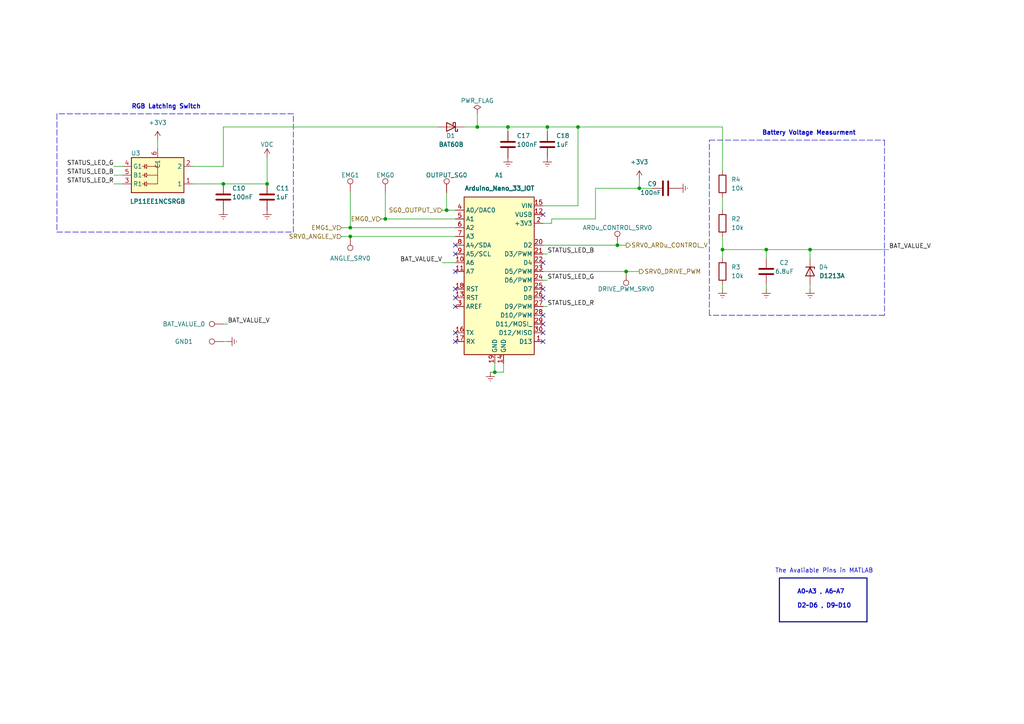
<source format=kicad_sch>
(kicad_sch (version 20211123) (generator eeschema)
  (paper "A4")
  (title_block (title "EDUEXO custom PCB") (date "2023-03-28") (rev "V1") (company "CBPR") (comment 1 "Mohammed Al-Tashi") (comment 2 "<mohammedaltashi770@gmail.com>"))
  (lib_symbols
    (symbol "Connector:TestPoint" (pin_numbers hide) (pin_names (offset 0.762) hide)
      (property "Reference" "TP" (at 0 6.858 0))
      (property "Value" "TestPoint" (at 0 5.08 0))
      (symbol "TestPoint_0_1"
        (circle (center 0 3.302) (radius 0.762))
      )
      (symbol "TestPoint_1_1"
        (pin passive line (at 0 0 90) (length 2.54) (name "1") (number "1"))
      )
    )
    (symbol "Device:C" (pin_numbers hide) (pin_names (offset 0.254))
      (property "Reference" "C" (at 0.635 2.54 0))
      (property "Value" "C" (at 0.635 -2.54 0))
      (symbol "C_0_1"
        (polyline (pts (xy -2.032 -0.762) (xy 2.032 -0.762)) (stroke (width 0.508)))
        (polyline (pts (xy -2.032 0.762) (xy 2.032 0.762)) (stroke (width 0.508)))
      )
      (symbol "C_1_1"
        (pin passive line (at 0 3.81 270) (length 2.794) (name "~") (number "1"))
        (pin passive line (at 0 -3.81 90) (length 2.794) (name "~") (number "2"))
      )
    )
    (symbol "Device:D_Schottky" (pin_numbers hide) (pin_names (offset 1.016) hide)
      (property "Reference" "D" (at 0 2.54 0))
      (property "Value" "D_Schottky" (at 0 -2.54 0))
      (symbol "D_Schottky_0_1"
        (polyline (pts (xy 1.27 0) (xy -1.27 0)))
        (polyline (pts (xy 1.27 1.27) (xy 1.27 -1.27) (xy -1.27 0) (xy 1.27 1.27)) (stroke (width 0.254)))
        (polyline (pts (xy -1.905 0.635) (xy -1.905 1.27) (xy -1.27 1.27) (xy -1.27 -1.27) (xy -0.635 -1.27) (xy -0.635 -0.635)) (stroke (width 0.254)))
      )
      (symbol "D_Schottky_1_1"
        (pin passive line (at -3.81 0 0) (length 2.54) (name "K") (number "1"))
        (pin passive line (at 3.81 0 180) (length 2.54) (name "A") (number "2"))
      )
    )
    (symbol "Device:D_Zener" (pin_numbers hide) (pin_names (offset 1.016) hide)
      (property "Reference" "D" (at 0 2.54 0))
      (property "Value" "D_Zener" (at 0 -2.54 0))
      (symbol "D_Zener_0_1"
        (polyline (pts (xy 1.27 0) (xy -1.27 0)))
        (polyline (pts (xy -1.27 -1.27) (xy -1.27 1.27) (xy -0.762 1.27)) (stroke (width 0.254)))
        (polyline (pts (xy 1.27 -1.27) (xy 1.27 1.27) (xy -1.27 0) (xy 1.27 -1.27)) (stroke (width 0.254)))
      )
      (symbol "D_Zener_1_1"
        (pin passive line (at -3.81 0 0) (length 2.54) (name "K") (number "1"))
        (pin passive line (at 3.81 0 180) (length 2.54) (name "A") (number "2"))
      )
    )
    (symbol "Device:R" (pin_numbers hide) (pin_names (offset 0))
      (property "Reference" "R" (at 2.032 0 90))
      (property "Value" "R" (at 0 0 90))
      (symbol "R_0_1"
        (rectangle (start -1.016 -2.54) (end 1.016 2.54) (stroke (width 0.254)))
      )
      (symbol "R_1_1"
        (pin passive line (at 0 3.81 270) (length 1.27) (name "~") (number "1"))
        (pin passive line (at 0 -3.81 90) (length 1.27) (name "~") (number "2"))
      )
    )
    (symbol "EDUEXO-custom-PCB:Arduino_Nano_33_IOT"
      (property "Reference" "A1" (at -1.27 29.21 0))
      (property "Value" "Arduino_Nano_33_IOT" (at -10.16 25.4 0))
      (symbol "Arduino_Nano_33_IOT_0_1"
        (rectangle (start -10.16 22.86) (end 10.16 -22.86) (stroke (width 0.254)) (fill (type background)))
      )
      (symbol "Arduino_Nano_33_IOT_1_1"
        (pin bidirectional line (at 12.7 -19.05 180) (length 2.54) (name "D13") (number "1"))
        (pin bidirectional line (at -12.7 3.81 0) (length 2.54) (name "A6") (number "10"))
        (pin bidirectional line (at -12.7 1.27 0) (length 2.54) (name "A7") (number "11"))
        (pin power_out line (at 12.7 17.78 180) (length 2.54) (name "VUSB") (number "12"))
        (pin input line (at -12.7 -6.35 0) (length 2.54) (name "RST") (number "13"))
        (pin power_in line (at 1.27 -25.4 90) (length 2.54) (name "GND") (number "14"))
        (pin power_in line (at 12.7 20.32 180) (length 2.54) (name "VIN") (number "15"))
        (pin bidirectional line (at -12.7 -16.51 0) (length 2.54) (name "TX") (number "16"))
        (pin bidirectional line (at -12.7 -19.05 0) (length 2.54) (name "RX") (number "17"))
        (pin bidirectional line (at -12.7 -3.81 0) (length 2.54) (name "RST") (number "18"))
        (pin power_in line (at -1.27 -25.4 90) (length 2.54) (name "GND") (number "19"))
        (pin power_out line (at 12.7 15.24 180) (length 2.54) (name "+3V3") (number "2"))
        (pin bidirectional line (at 12.7 8.89 180) (length 2.54) (name "D2") (number "20"))
        (pin bidirectional line (at 12.7 6.35 180) (length 2.54) (name "D3/PWM") (number "21"))
        (pin bidirectional line (at 12.7 3.81 180) (length 2.54) (name "D4") (number "22"))
        (pin bidirectional line (at 12.7 1.27 180) (length 2.54) (name "D5/PWM") (number "23"))
        (pin bidirectional line (at 12.7 -1.27 180) (length 2.54) (name "D6/PWM") (number "24"))
        (pin bidirectional line (at 12.7 -3.81 180) (length 2.54) (name "D7") (number "25"))
        (pin bidirectional line (at 12.7 -6.35 180) (length 2.54) (name "D8") (number "26"))
        (pin bidirectional line (at 12.7 -8.89 180) (length 2.54) (name "D9/PWM") (number "27"))
        (pin bidirectional line (at 12.7 -11.43 180) (length 2.54) (name "D10/PWM") (number "28"))
        (pin bidirectional line (at 12.7 -13.97 180) (length 2.54) (name "D11/MOSI_") (number "29"))
        (pin bidirectional line (at -12.7 -8.89 0) (length 2.54) (name "AREF") (number "3"))
        (pin bidirectional line (at 12.7 -16.51 180) (length 2.54) (name "D12/MISO") (number "30"))
        (pin bidirectional line (at -12.7 19.05 0) (length 2.54) (name "A0/DAC0") (number "4"))
        (pin bidirectional line (at -12.7 16.51 0) (length 2.54) (name "A1") (number "5"))
        (pin bidirectional line (at -12.7 13.97 0) (length 2.54) (name "A2") (number "6"))
        (pin bidirectional line (at -12.7 11.43 0) (length 2.54) (name "A3") (number "7"))
        (pin bidirectional line (at -12.7 8.89 0) (length 2.54) (name "A4/SDA") (number "8"))
        (pin bidirectional line (at -12.7 6.35 0) (length 2.54) (name "A5/SCL") (number "9"))
      )
    )
    (symbol "EDUEXO-custom-PCB:LP11EE1NCSRGB"
      (property "Reference" "U3" (at 0 10.16 0))
      (property "Value" "LP11EE1NCSRGB" (at 0 7.62 0))
      (symbol "LP11EE1NCSRGB_0_1"
        (rectangle (start -7.62 5.08) (end 7.62 -5.08) (stroke (width 0.254)) (fill (type background)))
        (polyline (pts (xy -3.81 -2.54) (xy -4.445 -2.54)))
        (polyline (pts (xy -3.81 -1.905) (xy -3.81 -3.175)))
        (polyline (pts (xy -3.81 0) (xy -4.445 0)))
        (polyline (pts (xy -3.81 0.635) (xy -3.81 -0.635)))
        (polyline (pts (xy -3.81 2.54) (xy -4.445 2.54)))
        (polyline (pts (xy 0 -2.54) (xy 0 -3.81)))
        (polyline (pts (xy -3.175 -2.54) (xy 0 -2.54) (xy 0 0)))
        (polyline (pts (xy -3.175 -1.905) (xy -3.81 -2.54) (xy -3.175 -3.175) (xy -3.175 -1.905)))
        (polyline (pts (xy -3.81 3.175) (xy -3.81 1.905) (xy -3.81 2.54) (xy -3.175 3.175) (xy -3.175 1.905) (xy -3.81 2.54)))
        (polyline (pts (xy -3.175 2.54) (xy 0 2.54) (xy 0 0) (xy -3.175 0) (xy -3.175 0.635) (xy -3.81 0) (xy -3.175 -0.635) (xy -3.175 0)))
      )
      (symbol "LP11EE1NCSRGB_1_1"
        (pin passive line (at 10.16 2.54 180) (length 2.54) (name "1") (number "1"))
        (pin passive line (at 10.16 -2.54 180) (length 2.54) (name "2") (number "2"))
        (pin passive line (at -10.16 2.54 0) (length 2.54) (name "R1") (number "3"))
        (pin passive line (at -10.16 -2.54 0) (length 2.54) (name "G1") (number "4"))
        (pin passive line (at -10.16 0 0) (length 2.54) (name "B1") (number "5"))
        (pin passive line (at 0 -7.62 90) (length 2.54) (name "C1") (number "6"))
      )
    )
    (symbol "power:+3.3V" (power) (pin_names (offset 0))
      (property "Value" "+3.3V" (at 0 3.556 0))
      (symbol "+3.3V_0_1"
        (polyline (pts (xy -0.762 1.27) (xy 0 2.54)))
        (polyline (pts (xy 0 0) (xy 0 2.54)))
        (polyline (pts (xy 0 2.54) (xy 0.762 1.27)))
      )
      (symbol "+3.3V_1_1"
        (pin power_in line (at 0 0 90) (length 0) hide (name "+3V3") (number "1"))
      )
    )
    (symbol "power:Earth" (power) (pin_names (offset 0))
      (symbol "Earth_0_1"
        (polyline (pts (xy -0.635 -1.905) (xy 0.635 -1.905)))
        (polyline (pts (xy -0.127 -2.54) (xy 0.127 -2.54)))
        (polyline (pts (xy 0 -1.27) (xy 0 0)))
        (polyline (pts (xy 1.27 -1.27) (xy -1.27 -1.27)))
      )
      (symbol "Earth_1_1"
        (pin power_in line (at 0 0 270) (length 0) hide (name "Earth") (number "1"))
      )
    )
    (symbol "power:PWR_FLAG" (power) (pin_numbers hide) (pin_names (offset 0) hide)
      (property "Value" "PWR_FLAG" (at 0 3.81 0))
      (symbol "PWR_FLAG_0_0"
        (pin power_out line (at 0 0 90) (length 0) (name "pwr") (number "1"))
      )
      (symbol "PWR_FLAG_0_1"
        (polyline (pts (xy 0 0) (xy 0 1.27) (xy -1.016 1.905) (xy 0 2.54) (xy 1.016 1.905) (xy 0 1.27)))
      )
    )
    (symbol "power:VDC" (power) (pin_names (offset 0))
      (property "Value" "VDC" (at 0 6.35 0))
      (symbol "VDC_0_1"
        (polyline (pts (xy -0.762 1.27) (xy 0 2.54)))
        (polyline (pts (xy 0 0) (xy 0 2.54)))
        (polyline (pts (xy 0 2.54) (xy 0.762 1.27)))
      )
      (symbol "VDC_1_1"
        (pin power_in line (at 0 0 90) (length 0) hide (name "VDC") (number "1"))
      )
    )
  )
  (junction (at 185.42 54.61))
  (junction (at 129.54 60.96))
  (junction (at 179.07 71.12))
  (junction (at 147.32 36.83))
  (junction (at 101.6 66.04))
  (junction (at 181.61 78.74))
  (junction (at 101.6 68.58))
  (junction (at 77.47 53.34))
  (junction (at 158.75 36.83))
  (junction (at 222.25 72.39))
  (junction (at 209.55 72.39))
  (junction (at 143.51 107.95))
  (junction (at 167.64 36.83))
  (junction (at 234.95 72.39))
  (junction (at 138.43 36.83))
  (junction (at 111.76 63.5))
  (junction (at 64.77 53.34))
  (no_connect (at 157.48 99.06))
  (no_connect (at 157.48 96.52))
  (no_connect (at 157.48 93.98))
  (no_connect (at 132.08 83.82))
  (no_connect (at 132.08 96.52))
  (no_connect (at 132.08 99.06))
  (no_connect (at 132.08 86.36))
  (no_connect (at 132.08 88.9))
  (no_connect (at 132.08 78.74))
  (no_connect (at 132.08 73.66))
  (no_connect (at 132.08 71.12))
  (no_connect (at 157.48 86.36))
  (no_connect (at 157.48 91.44))
  (no_connect (at 157.48 83.82))
  (no_connect (at 157.48 62.23))
  (no_connect (at 157.48 76.2))
  (wire (pts (xy 129.54 55.88) (xy 129.54 60.96)))
  (wire (pts (xy 209.55 83.82) (xy 209.55 82.55)))
  (wire (pts (xy 158.75 81.28) (xy 157.48 81.28)))
  (polyline (pts (xy 205.74 40.64) (xy 256.54 40.64)))
  (bus (pts (xy 226.06 180.34) (xy 251.46 180.34)))
  (wire (pts (xy 99.06 68.58) (xy 101.6 68.58)))
  (wire (pts (xy 185.42 54.61) (xy 172.72 54.61)))
  (wire (pts (xy 129.54 60.96) (xy 132.08 60.96)))
  (polyline (pts (xy 34.29 33.02) (xy 34.29 33.02)))
  (wire (pts (xy 234.95 83.82) (xy 234.95 82.55)))
  (bus (pts (xy 226.06 167.64) (xy 226.06 180.34)))
  (wire (pts (xy 55.88 53.34) (xy 64.77 53.34)))
  (wire (pts (xy 101.6 55.88) (xy 101.6 66.04)))
  (wire (pts (xy 234.95 72.39) (xy 234.95 74.93)))
  (wire (pts (xy 158.75 73.66) (xy 157.48 73.66)))
  (wire (pts (xy 181.61 71.12) (xy 179.07 71.12)))
  (wire (pts (xy 157.48 71.12) (xy 179.07 71.12)))
  (wire (pts (xy 158.75 36.83) (xy 167.64 36.83)))
  (bus (pts (xy 251.46 180.34) (xy 251.46 167.64)))
  (wire (pts (xy 222.25 83.82) (xy 222.25 82.55)))
  (wire (pts (xy 111.76 63.5) (xy 132.08 63.5)))
  (wire (pts (xy 172.72 63.5) (xy 160.02 63.5)))
  (wire (pts (xy 64.77 36.83) (xy 64.77 48.26)))
  (polyline (pts (xy 85.09 33.02) (xy 16.51 33.02)))
  (wire (pts (xy 185.42 52.07) (xy 185.42 54.61)))
  (wire (pts (xy 134.62 36.83) (xy 138.43 36.83)))
  (wire (pts (xy 160.02 63.5) (xy 160.02 64.77)))
  (wire (pts (xy 138.43 33.02) (xy 138.43 36.83)))
  (wire (pts (xy 209.55 72.39) (xy 209.55 74.93)))
  (wire (pts (xy 66.04 93.98) (xy 64.77 93.98)))
  (wire (pts (xy 209.55 72.39) (xy 222.25 72.39)))
  (wire (pts (xy 185.42 54.61) (xy 189.23 54.61)))
  (wire (pts (xy 172.72 54.61) (xy 172.72 63.5)))
  (wire (pts (xy 101.6 66.04) (xy 132.08 66.04)))
  (wire (pts (xy 33.02 48.26) (xy 35.56 48.26)))
  (polyline (pts (xy 16.51 33.02) (xy 16.51 67.31)))
  (wire (pts (xy 128.27 76.2) (xy 132.08 76.2)))
  (wire (pts (xy 64.77 53.34) (xy 77.47 53.34)))
  (wire (pts (xy 181.61 78.74) (xy 185.42 78.74)))
  (wire (pts (xy 147.32 36.83) (xy 147.32 38.1)))
  (wire (pts (xy 143.51 107.95) (xy 146.05 107.95)))
  (wire (pts (xy 234.95 72.39) (xy 257.81 72.39)))
  (polyline (pts (xy 85.09 67.31) (xy 85.09 33.02)))
  (wire (pts (xy 138.43 36.83) (xy 147.32 36.83)))
  (polyline (pts (xy 256.54 40.64) (xy 256.54 91.44)))
  (wire (pts (xy 142.24 107.95) (xy 143.51 107.95)))
  (wire (pts (xy 143.51 105.41) (xy 143.51 107.95)))
  (wire (pts (xy 222.25 74.93) (xy 222.25 72.39)))
  (wire (pts (xy 146.05 105.41) (xy 146.05 107.95)))
  (wire (pts (xy 66.04 99.06) (xy 64.77 99.06)))
  (wire (pts (xy 209.55 36.83) (xy 167.64 36.83)))
  (wire (pts (xy 158.75 88.9) (xy 157.48 88.9)))
  (wire (pts (xy 99.06 66.04) (xy 101.6 66.04)))
  (wire (pts (xy 64.77 48.26) (xy 55.88 48.26)))
  (wire (pts (xy 167.64 36.83) (xy 167.64 59.69)))
  (wire (pts (xy 157.48 59.69) (xy 167.64 59.69)))
  (wire (pts (xy 33.02 50.8) (xy 35.56 50.8)))
  (wire (pts (xy 110.49 63.5) (xy 111.76 63.5)))
  (wire (pts (xy 209.55 68.58) (xy 209.55 72.39)))
  (bus (pts (xy 251.46 167.64) (xy 226.06 167.64)))
  (wire (pts (xy 157.48 78.74) (xy 181.61 78.74)))
  (wire (pts (xy 209.55 57.15) (xy 209.55 60.96)))
  (polyline (pts (xy 256.54 91.44) (xy 205.74 91.44)))
  (wire (pts (xy 111.76 55.88) (xy 111.76 63.5)))
  (wire (pts (xy 147.32 36.83) (xy 158.75 36.83)))
  (wire (pts (xy 77.47 45.72) (xy 77.47 53.34)))
  (wire (pts (xy 45.72 40.64) (xy 45.72 43.18)))
  (wire (pts (xy 160.02 64.77) (xy 157.48 64.77)))
  (wire (pts (xy 101.6 68.58) (xy 132.08 68.58)))
  (polyline (pts (xy 205.74 91.44) (xy 205.74 40.64)))
  (polyline (pts (xy 16.51 67.31) (xy 85.09 67.31)))
  (wire (pts (xy 33.02 53.34) (xy 35.56 53.34)))
  (wire (pts (xy 64.77 36.83) (xy 127 36.83)))
  (wire (pts (xy 222.25 72.39) (xy 234.95 72.39)))
  (wire (pts (xy 128.27 60.96) (xy 129.54 60.96)))
  (wire (pts (xy 158.75 38.1) (xy 158.75 36.83)))
  (wire (pts (xy 209.55 36.83) (xy 209.55 49.53)))
  (text "A0~A3 , A6~A7\n\nD2~D6 , D9~D10" (at 231.14 176.53 0) (effects (font (size 1.27 1.27) (thickness 0.254) bold) (justify left bottom)))
  (text "The Avaliable Pins in MATLAB\n" (at 224.79 166.37 0) (effects (font (size 1.27 1.27)) (justify left bottom)))
  (text "RGB Latching Switch\n" (at 38.1 31.75 0) (effects (font (size 1.27 1.27) bold) (justify left bottom)))
  (text "Battery Voltage Measurment" (at 220.98 39.37 0) (effects (font (size 1.27 1.27) bold) (justify left bottom)))
  (label "STATUS_LED_G" (at 33.02 48.26 180))
  (label "BAT_VALUE_V" (at 257.81 72.39 0))
  (label "BAT_VALUE_V" (at 128.27 76.2 180))
  (label "STATUS_LED_G" (at 158.75 81.28 0))
  (label "STATUS_LED_R" (at 158.75 88.9 0))
  (label "BAT_VALUE_V" (at 66.04 93.98 0))
  (label "STATUS_LED_B" (at 33.02 50.8 180))
  (label "STATUS_LED_B" (at 158.75 73.66 0))
  (label "STATUS_LED_R" (at 33.02 53.34 180))
  (hierarchical_label "SRV0_DRIVE_PWM" (shape output) (at 185.42 78.74 0))
  (hierarchical_label "EMG1_V" (shape input) (at 99.06 66.04 180))
  (hierarchical_label "SRV0_ARDu_CONTROL_V" (shape output) (at 181.61 71.12 0))
  (hierarchical_label "SG0_OUTPUT_V" (shape input) (at 128.27 60.96 180))
  (hierarchical_label "EMG0_V" (shape input) (at 110.49 63.5 180))
  (hierarchical_label "SRV0_ANGLE_V" (shape input) (at 99.06 68.58 180))
  (symbol (lib_id "EDUEXO-custom-PCB:Arduino_Nano_33_IOT") (at 144.78 80.01 0) (unit 1)
    (property "Reference" "A1" (at 143.51 50.8 0) (effects (justify left)))
    (property "Value" "Arduino_Nano_33_IOT" (at 134.62 54.61 0) (effects (font bold) (justify left)))
    (property "Footprint" "EDUEXO-custom-PCB:MODULE_ABX00027_ThroughHoles" (effects hide))
    (property "Datasheet" "https://docs.arduino.cc/resources/datasheets/ABX00027-datasheet.pdf" (effects hide))
    (property "MPN" "ABX00027" (effects hide))
  )
  (symbol (lib_id "Device:C") (at 64.77 57.15 0) (unit 1)
    (property "Reference" "C10" (at 67.31 54.61 0) (effects (justify left)))
    (property "Value" "100nF" (at 67.31 57.15 0) (effects (justify left)))
    (property "Footprint" "Capacitor_SMD:C_0805_2012Metric" (effects hide))
    (property "Datasheet" "https://product.tdk.com/en/system/files?file=dam/doc/product/capacitor/ceramic/mlcc/catalog/mlcc_commercial_midvoltage_en.pdf" (effects hide))
    (property "MPN" "C2012X7R2A104K125AA" (effects hide))
  )
  (symbol (lib_id "Connector:TestPoint") (at 101.6 55.88 0) (unit 1)
    (property "Reference" "EMG1" (at 101.6 50.8 0))
    (property "Value" "TestPoint" (effects hide))
    (property "Footprint" "TestPoint:TestPoint_Keystone_5000-5004_Miniature" (effects hide))
    (property "Datasheet" "https://www.keyelco.com/userAssets/file/M65p56.pdf" (effects hide))
    (property "MPN" "5002" (effects hide))
  )
  (symbol (lib_id "power:Earth") (at 64.77 60.96 0) (unit 1)
    (property "Reference" "#PWR0136" (effects hide))
    (property "Value" "Earth" (effects hide))
  )
  (symbol (lib_id "Connector:TestPoint") (at 179.07 71.12 0) (unit 1)
    (property "Reference" "ARDu_CONTROL_SRV0" (at 179.07 66.04 0))
    (property "Value" "TestPoint" (effects hide))
    (property "Footprint" "TestPoint:TestPoint_Keystone_5000-5004_Miniature" (effects hide))
    (property "Datasheet" "https://www.keyelco.com/userAssets/file/M65p56.pdf" (effects hide))
    (property "MPN" "5002" (effects hide))
  )
  (symbol (lib_id "power:+3.3V") (at 185.42 52.07 0) (unit 1)
    (property "Reference" "#PWR03" (effects hide))
    (property "Value" "+3.3V" (at 185.42 46.99 0))
  )
  (symbol (lib_id "Device:R") (at 209.55 64.77 0) (unit 1)
    (property "Reference" "R2" (at 212.09 63.4999 0) (effects (justify left)))
    (property "Value" "10k" (at 212.09 66.0399 0) (effects (justify left)))
    (property "Footprint" "Resistor_SMD:R_0805_2012Metric" (effects hide))
    (property "Datasheet" "https://www.yageo.com/upload/media/product/productsearch/datasheet/rchip/PYu-RC_Group_51_RoHS_L_12.pdf" (effects hide))
    (property "MPN" "RC0805JR-0710KL" (effects hide))
  )
  (symbol (lib_id "Device:C") (at 193.04 54.61 90) (unit 1)
    (property "Reference" "C9" (at 190.5 53.34 90) (effects (justify left)))
    (property "Value" "100nF" (at 191.77 55.88 90) (effects (justify left)))
    (property "Footprint" "Capacitor_SMD:C_0805_2012Metric" (effects hide))
    (property "Datasheet" "https://product.tdk.com/en/system/files?file=dam/doc/product/capacitor/ceramic/mlcc/catalog/mlcc_commercial_midvoltage_en.pdf" (effects hide))
    (property "MPN" "C2012X7R2A104K125AA" (effects hide))
  )
  (symbol (lib_id "power:Earth") (at 222.25 83.82 0) (unit 1)
    (property "Reference" "#PWR0123" (effects hide))
    (property "Value" "Earth" (effects hide))
  )
  (symbol (lib_id "Device:C") (at 77.47 57.15 0) (unit 1)
    (property "Reference" "C11" (at 80.01 54.61 0) (effects (justify left)))
    (property "Value" "1uF" (at 80.01 57.15 0) (effects (justify left)))
    (property "Footprint" "Capacitor_SMD:C_0805_2012Metric" (effects hide))
    (property "Datasheet" "https://product.tdk.com/en/system/files?file=dam/doc/product/capacitor/ceramic/mlcc/catalog/mlcc_commercial_midvoltage_en.pdf" (effects hide))
    (property "MPN" "C2012X7R1H105K125AB" (effects hide))
  )
  (symbol (lib_id "power:Earth") (at 142.24 107.95 0) (unit 1)
    (property "Reference" "#PWR0110" (effects hide))
    (property "Value" "Earth" (effects hide))
  )
  (symbol (lib_id "Connector:TestPoint") (at 129.54 55.88 0) (unit 1)
    (property "Reference" "OUTPUT_SG0" (at 129.54 50.8 0))
    (property "Value" "TestPoint" (effects hide))
    (property "Footprint" "TestPoint:TestPoint_Keystone_5000-5004_Miniature" (effects hide))
    (property "Datasheet" "https://www.keyelco.com/userAssets/file/M65p56.pdf" (effects hide))
    (property "MPN" "5002" (effects hide))
  )
  (symbol (lib_id "power:+3.3V") (at 45.72 40.64 0) (unit 1)
    (property "Reference" "#PWR0111" (effects hide))
    (property "Value" "+3.3V" (at 45.72 35.56 0))
  )
  (symbol (lib_id "power:Earth") (at 147.32 45.72 0) (unit 1)
    (property "Reference" "#PWR0145" (effects hide))
    (property "Value" "Earth" (effects hide))
  )
  (symbol (lib_id "EDUEXO-custom-PCB:LP11EE1NCSRGB") (at 45.72 50.8 0) (mirror x) (unit 1)
    (property "Reference" "U3" (at 39.37 44.45 0))
    (property "Value" "LP11EE1NCSRGB" (at 45.72 58.42 0) (effects (font bold)))
    (property "Footprint" "EDUEXO-custom-PCB:SW_LP11EE1NCSRGB" (effects hide))
    (property "Datasheet" "https://sten-eswitch-13110800-production.s3.amazonaws.com/system/asset/product_line/data_sheet/38/LP11.pdf" (effects hide))
    (property "MPN" "LP11EE1NCSRGB" (effects hide))
  )
  (symbol (lib_id "Connector:TestPoint") (at 64.77 93.98 90) (unit 1)
    (property "Reference" "BAT_VALUE_0" (at 53.34 93.98 90))
    (property "Value" "TestPoint" (effects hide))
    (property "Footprint" "TestPoint:TestPoint_Keystone_5000-5004_Miniature" (effects hide))
    (property "Datasheet" "https://www.keyelco.com/userAssets/file/M65p56.pdf" (effects hide))
    (property "MPN" "5002" (effects hide))
  )
  (symbol (lib_id "power:Earth") (at 66.04 99.06 90) (unit 1)
    (property "Reference" "#PWR0120" (effects hide))
    (property "Value" "Earth" (effects hide))
  )
  (symbol (lib_id "Device:R") (at 209.55 78.74 0) (unit 1)
    (property "Reference" "R3" (at 212.09 77.4699 0) (effects (justify left)))
    (property "Value" "10k" (at 212.09 80.0099 0) (effects (justify left)))
    (property "Footprint" "Resistor_SMD:R_0805_2012Metric" (effects hide))
    (property "Datasheet" "https://www.yageo.com/upload/media/product/productsearch/datasheet/rchip/PYu-RC_Group_51_RoHS_L_12.pdf" (effects hide))
    (property "MPN" "RC0805JR-0710KL" (effects hide))
  )
  (symbol (lib_id "power:VDC") (at 77.47 45.72 0) (unit 1)
    (property "Reference" "#PWR0102" (effects hide))
    (property "Value" "VDC" (at 77.47 41.91 0))
  )
  (symbol (lib_id "power:Earth") (at 209.55 83.82 0) (unit 1)
    (property "Reference" "#PWR0109" (effects hide))
    (property "Value" "Earth" (effects hide))
  )
  (symbol (lib_id "power:Earth") (at 196.85 54.61 90) (unit 1)
    (property "Reference" "#PWR0135" (effects hide))
    (property "Value" "Earth" (effects hide))
  )
  (symbol (lib_id "Device:D_Zener") (at 234.95 78.74 270) (unit 1)
    (property "Reference" "D4" (at 237.49 77.4699 90) (effects (justify left)))
    (property "Value" "D1213A" (at 237.49 80.0099 90) (effects (font bold) (justify left)))
    (property "Footprint" "Diode_SMD:D_SOD-323" (effects hide))
    (property "Datasheet" "https://www.diodes.com/assets/Datasheets/D1213A-01WS.pdf" (effects hide))
    (property "MPN" "D1213A-01WS-7" (effects hide))
  )
  (symbol (lib_id "Device:C") (at 158.75 41.91 0) (unit 1)
    (property "Reference" "C18" (at 161.29 39.37 0) (effects (justify left)))
    (property "Value" "1uF" (at 161.29 41.91 0) (effects (justify left)))
    (property "Footprint" "Capacitor_SMD:C_0805_2012Metric" (effects hide))
    (property "Datasheet" "https://product.tdk.com/en/system/files?file=dam/doc/product/capacitor/ceramic/mlcc/catalog/mlcc_commercial_midvoltage_en.pdf" (effects hide))
    (property "MPN" "C2012X7R1H105K125AB" (effects hide))
  )
  (symbol (lib_id "power:Earth") (at 234.95 83.82 0) (unit 1)
    (property "Reference" "#PWR0133" (effects hide))
    (property "Value" "Earth" (effects hide))
  )
  (symbol (lib_id "Device:C") (at 147.32 41.91 0) (unit 1)
    (property "Reference" "C17" (at 149.86 39.37 0) (effects (justify left)))
    (property "Value" "100nF" (at 149.86 41.91 0) (effects (justify left)))
    (property "Footprint" "Capacitor_SMD:C_0805_2012Metric" (effects hide))
    (property "Datasheet" "https://product.tdk.com/en/system/files?file=dam/doc/product/capacitor/ceramic/mlcc/catalog/mlcc_commercial_midvoltage_en.pdf" (effects hide))
    (property "MPN" "C2012X7R2A104K125AA" (effects hide))
  )
  (symbol (lib_id "power:Earth") (at 158.75 45.72 0) (unit 1)
    (property "Reference" "#PWR0134" (effects hide))
    (property "Value" "Earth" (effects hide))
  )
  (symbol (lib_id "Connector:TestPoint") (at 111.76 55.88 0) (unit 1)
    (property "Reference" "EMG0" (at 111.76 50.8 0))
    (property "Value" "TestPoint" (effects hide))
    (property "Footprint" "TestPoint:TestPoint_Keystone_5000-5004_Miniature" (effects hide))
    (property "Datasheet" "https://www.keyelco.com/userAssets/file/M65p56.pdf" (effects hide))
    (property "MPN" "5002" (effects hide))
  )
  (symbol (lib_id "power:PWR_FLAG") (at 138.43 33.02 0) (unit 1)
    (property "Reference" "#FLG0101" (effects hide))
    (property "Value" "PWR_FLAG" (at 138.43 29.21 0))
  )
  (symbol (lib_id "Device:R") (at 209.55 53.34 0) (unit 1)
    (property "Reference" "R4" (at 212.09 52.0699 0) (effects (justify left)))
    (property "Value" "10k" (at 212.09 54.6099 0) (effects (justify left)))
    (property "Footprint" "Resistor_SMD:R_0805_2012Metric" (effects hide))
    (property "Datasheet" "https://www.yageo.com/upload/media/product/productsearch/datasheet/rchip/PYu-RC_Group_51_RoHS_L_12.pdf" (effects hide))
    (property "MPN" "RC0805JR-0710KL" (effects hide))
  )
  (symbol (lib_id "Device:D_Schottky") (at 130.81 36.83 180) (unit 1)
    (property "Reference" "D1" (at 132.08 39.37 0) (effects (justify left)))
    (property "Value" "BAT60B" (at 134.62 41.91 0) (effects (font bold) (justify left)))
    (property "Footprint" "Diode_SMD:D_SOD-323" (effects hide))
    (property "Datasheet" "https://www.infineon.com/dgdl/bat60bseries.pdf?folderId=db3a304313d846880113def5812204a1&fileId=db3a304314dca3890115195908c50f0b" (effects hide))
    (property "MPN" "BAT60BE6327HTSA1" (effects hide))
  )
  (symbol (lib_id "Connector:TestPoint") (at 101.6 68.58 180) (unit 1)
    (property "Reference" "ANGLE_SRV0" (at 101.6 74.93 0))
    (property "Value" "TestPoint" (effects hide))
    (property "Footprint" "TestPoint:TestPoint_Keystone_5000-5004_Miniature" (effects hide))
    (property "Datasheet" "https://www.keyelco.com/userAssets/file/M65p56.pdf" (effects hide))
    (property "MPN" "5002" (effects hide))
  )
  (symbol (lib_id "Connector:TestPoint") (at 64.77 99.06 90) (unit 1)
    (property "Reference" "GND1" (at 53.34 99.06 90))
    (property "Value" "TestPoint" (effects hide))
    (property "Footprint" "TestPoint:TestPoint_Keystone_5000-5004_Miniature" (effects hide))
    (property "Datasheet" "https://www.keyelco.com/userAssets/file/M65p56.pdf" (effects hide))
    (property "MPN" "5002" (effects hide))
  )
  (symbol (lib_id "Device:C") (at 222.25 78.74 0) (unit 1)
    (property "Reference" "C2" (at 226.06 76.2 0) (effects (justify left)))
    (property "Value" "6.8uF" (at 224.79 78.74 0) (effects (justify left)))
    (property "Footprint" "Capacitor_SMD:C_0805_2012Metric" (effects hide))
    (property "Datasheet" "https://product.tdk.com/en/system/files?file=dam/doc/product/capacitor/ceramic/mlcc/catalog/mlcc_commercial_midvoltage_en.pdf" (effects hide))
    (property "MPN" "C2012X8L0J685K125AC" (effects hide))
  )
  (symbol (lib_id "Connector:TestPoint") (at 181.61 78.74 180) (unit 1)
    (property "Reference" "DRIVE_PWM_SRV0" (at 181.61 83.82 0))
    (property "Value" "TestPoint" (effects hide))
    (property "Footprint" "TestPoint:TestPoint_Keystone_5000-5004_Miniature" (effects hide))
    (property "Datasheet" "https://www.keyelco.com/userAssets/file/M65p56.pdf" (effects hide))
    (property "MPN" "5002" (effects hide))
  )
  (symbol (lib_id "power:Earth") (at 77.47 60.96 0) (unit 1)
    (property "Reference" "#PWR0137" (effects hide))
    (property "Value" "Earth" (effects hide))
  )
)
</source>
